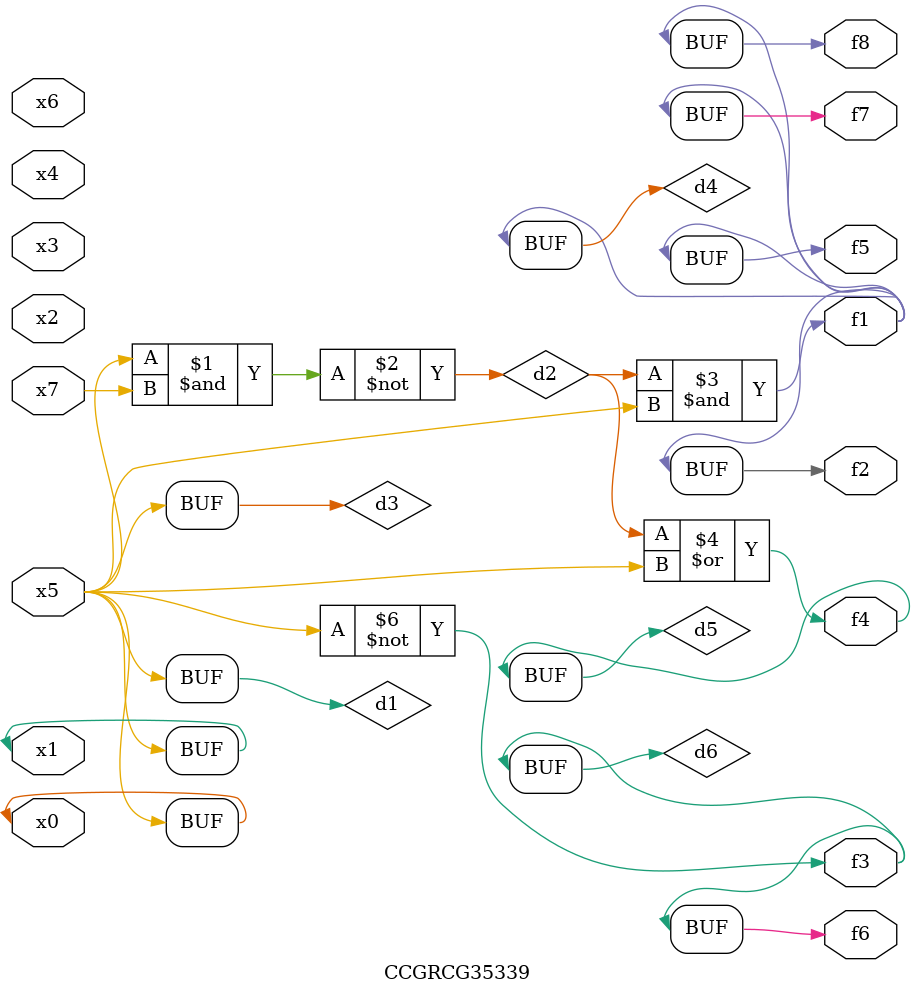
<source format=v>
module CCGRCG35339(
	input x0, x1, x2, x3, x4, x5, x6, x7,
	output f1, f2, f3, f4, f5, f6, f7, f8
);

	wire d1, d2, d3, d4, d5, d6;

	buf (d1, x0, x5);
	nand (d2, x5, x7);
	buf (d3, x0, x1);
	and (d4, d2, d3);
	or (d5, d2, d3);
	nor (d6, d1, d3);
	assign f1 = d4;
	assign f2 = d4;
	assign f3 = d6;
	assign f4 = d5;
	assign f5 = d4;
	assign f6 = d6;
	assign f7 = d4;
	assign f8 = d4;
endmodule

</source>
